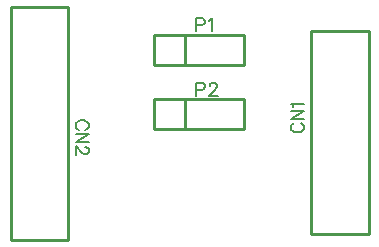
<source format=gto>
G04 Layer: TopSilkscreenLayer*
G04 EasyEDA v6.4.31, 2022-02-18 10:26:20*
G04 Gerber Generator version 0.2*
G04 Scale: 100 percent, Rotated: No, Reflected: No *
G04 Dimensions in millimeters *
G04 leading zeros omitted , absolute positions ,4 integer and 5 decimal *
%FSLAX45Y45*%
%MOMM*%

%ADD10C,0.2540*%
%ADD15C,0.1524*%

%LPD*%
D15*
X2641091Y-1268221D02*
G01*
X2630677Y-1273555D01*
X2620263Y-1283970D01*
X2615184Y-1294129D01*
X2615184Y-1314957D01*
X2620263Y-1325371D01*
X2630677Y-1335786D01*
X2641091Y-1341120D01*
X2656840Y-1346200D01*
X2682747Y-1346200D01*
X2698241Y-1341120D01*
X2708656Y-1335786D01*
X2719070Y-1325371D01*
X2724150Y-1314957D01*
X2724150Y-1294129D01*
X2719070Y-1283970D01*
X2708656Y-1273555D01*
X2698241Y-1268221D01*
X2615184Y-1233931D02*
G01*
X2724150Y-1233931D01*
X2615184Y-1233931D02*
G01*
X2724150Y-1161287D01*
X2615184Y-1161287D02*
G01*
X2724150Y-1161287D01*
X2636011Y-1126997D02*
G01*
X2630677Y-1116584D01*
X2615184Y-1101089D01*
X2724150Y-1101089D01*
X876807Y-1322578D02*
G01*
X887221Y-1317244D01*
X897636Y-1306829D01*
X902715Y-1296670D01*
X902715Y-1275842D01*
X897636Y-1265428D01*
X887221Y-1255013D01*
X876807Y-1249679D01*
X861060Y-1244600D01*
X835152Y-1244600D01*
X819657Y-1249679D01*
X809244Y-1255013D01*
X798829Y-1265428D01*
X793750Y-1275842D01*
X793750Y-1296670D01*
X798829Y-1306829D01*
X809244Y-1317244D01*
X819657Y-1322578D01*
X902715Y-1356868D02*
G01*
X793750Y-1356868D01*
X902715Y-1356868D02*
G01*
X793750Y-1429512D01*
X902715Y-1429512D02*
G01*
X793750Y-1429512D01*
X876807Y-1469136D02*
G01*
X881887Y-1469136D01*
X892302Y-1474215D01*
X897636Y-1479550D01*
X902715Y-1489710D01*
X902715Y-1510537D01*
X897636Y-1520952D01*
X892302Y-1526286D01*
X881887Y-1531365D01*
X871473Y-1531365D01*
X861060Y-1526286D01*
X845565Y-1515871D01*
X793750Y-1463802D01*
X793750Y-1536700D01*
X1816100Y-379984D02*
G01*
X1816100Y-488950D01*
X1816100Y-379984D02*
G01*
X1862836Y-379984D01*
X1878329Y-385063D01*
X1883663Y-390397D01*
X1888744Y-400812D01*
X1888744Y-416305D01*
X1883663Y-426720D01*
X1878329Y-431800D01*
X1862836Y-437134D01*
X1816100Y-437134D01*
X1923034Y-400812D02*
G01*
X1933447Y-395478D01*
X1949195Y-379984D01*
X1949195Y-488950D01*
X1816100Y-926084D02*
G01*
X1816100Y-1035050D01*
X1816100Y-926084D02*
G01*
X1862836Y-926084D01*
X1878329Y-931163D01*
X1883663Y-936497D01*
X1888744Y-946912D01*
X1888744Y-962405D01*
X1883663Y-972820D01*
X1878329Y-977900D01*
X1862836Y-983234D01*
X1816100Y-983234D01*
X1928368Y-951992D02*
G01*
X1928368Y-946912D01*
X1933447Y-936497D01*
X1938781Y-931163D01*
X1949195Y-926084D01*
X1969770Y-926084D01*
X1980184Y-931163D01*
X1985518Y-936497D01*
X1990597Y-946912D01*
X1990597Y-957326D01*
X1985518Y-967739D01*
X1975104Y-983234D01*
X1923034Y-1035050D01*
X1995931Y-1035050D01*
D10*
X2785313Y-2205609D02*
G01*
X2785313Y-486206D01*
X3275304Y-486206D01*
X3275304Y-2205609D01*
X2785313Y-2205609D01*
X732586Y-283590D02*
G01*
X732586Y-2253005D01*
X242595Y-2253005D01*
X242595Y-283590D01*
X732586Y-283590D01*
X1460500Y-520700D02*
G01*
X2222500Y-520700D01*
X2222500Y-774700D01*
X1460500Y-774700D02*
G01*
X2222500Y-774700D01*
X1460500Y-520700D02*
G01*
X1460500Y-774700D01*
X1719343Y-520700D02*
G01*
X1719343Y-774700D01*
X1460500Y-1066800D02*
G01*
X2222500Y-1066800D01*
X2222500Y-1320800D01*
X1460500Y-1320800D02*
G01*
X2222500Y-1320800D01*
X1460500Y-1066800D02*
G01*
X1460500Y-1320800D01*
X1719343Y-1066800D02*
G01*
X1719343Y-1320800D01*
M02*

</source>
